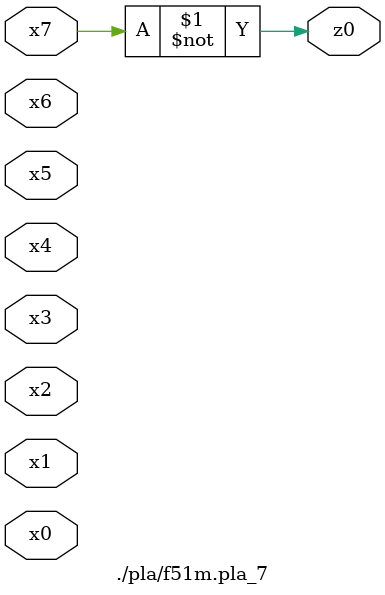
<source format=v>

module \./pla/f51m.pla_7  ( 
    x0, x1, x2, x3, x4, x5, x6, x7,
    z0  );
  input  x0, x1, x2, x3, x4, x5, x6, x7;
  output z0;
  assign z0 = ~x7;
endmodule



</source>
